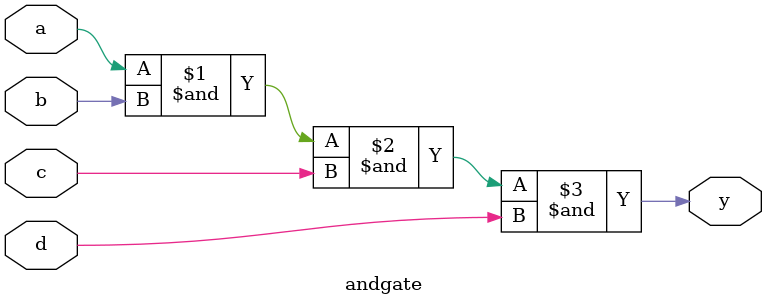
<source format=v>
module andgate(
input wire  a,
input wire b,
input wire c,
input wire d,
output wire  y);

assign y=a & b & c & d;

endmodule

</source>
